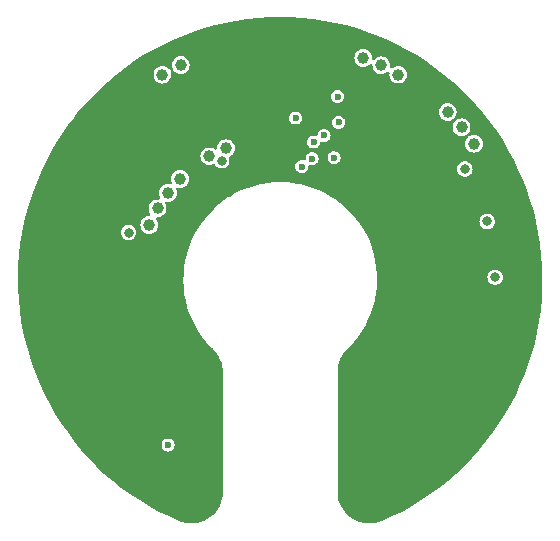
<source format=gbr>
%TF.GenerationSoftware,KiCad,Pcbnew,7.0.6*%
%TF.CreationDate,2024-04-30T01:46:29+02:00*%
%TF.ProjectId,amulet_encoder,616d756c-6574-45f6-956e-636f6465722e,1.0*%
%TF.SameCoordinates,PX7829b80PY6b49d20*%
%TF.FileFunction,Copper,L3,Inr*%
%TF.FilePolarity,Positive*%
%FSLAX46Y46*%
G04 Gerber Fmt 4.6, Leading zero omitted, Abs format (unit mm)*
G04 Created by KiCad (PCBNEW 7.0.6) date 2024-04-30 01:46:29*
%MOMM*%
%LPD*%
G01*
G04 APERTURE LIST*
%TA.AperFunction,ComponentPad*%
%ADD10C,0.700000*%
%TD*%
%TA.AperFunction,ComponentPad*%
%ADD11C,4.400000*%
%TD*%
%TA.AperFunction,ComponentPad*%
%ADD12C,1.000000*%
%TD*%
%TA.AperFunction,ViaPad*%
%ADD13C,0.600000*%
%TD*%
%TA.AperFunction,ViaPad*%
%ADD14C,0.800000*%
%TD*%
G04 APERTURE END LIST*
D10*
%TO.N,GND*%
%TO.C,H1*%
X20850000Y41000000D03*
X21333274Y42166726D03*
X21333274Y39833274D03*
X22500000Y42650000D03*
D11*
X22500000Y41000000D03*
D10*
X22500000Y39350000D03*
X23666726Y42166726D03*
X23666726Y39833274D03*
X24150000Y41000000D03*
%TD*%
D12*
%TO.N,/PWM*%
%TO.C,TP10*%
X29525000Y41225000D03*
%TD*%
%TO.N,+3V3*%
%TO.C,TP13*%
X12525002Y39820510D03*
%TD*%
%TO.N,/MOSI*%
%TO.C,TP3*%
X12979760Y29805137D03*
%TD*%
%TO.N,/CLK*%
%TO.C,TP1*%
X11413445Y27092201D03*
%TD*%
%TO.N,/CS*%
%TO.C,TP4*%
X14014719Y30985281D03*
%TD*%
%TO.N,GND*%
%TO.C,TP15*%
X15684597Y41293852D03*
%TD*%
%TO.N,+5V*%
%TO.C,TP14*%
X14072635Y40626155D03*
%TD*%
%TO.N,/MGL*%
%TO.C,TP12*%
X31050000Y40600000D03*
%TD*%
%TO.N,/MISO*%
%TO.C,TP2*%
X12107695Y28500000D03*
%TD*%
%TO.N,/SSD*%
%TO.C,TP5*%
X16500000Y32892305D03*
%TD*%
D10*
%TO.N,GND*%
%TO.C,H2*%
X36871469Y13249998D03*
X37354743Y14416724D03*
X37354743Y12083272D03*
X38521469Y14899998D03*
D11*
X38521469Y13249998D03*
D10*
X38521469Y11599998D03*
X39688195Y14416724D03*
X39688195Y12083272D03*
X40171469Y13249998D03*
%TD*%
D12*
%TO.N,/SSCK*%
%TO.C,TP6*%
X17907799Y33586555D03*
%TD*%
D10*
%TO.N,GND*%
%TO.C,H3*%
X4828529Y13250004D03*
X5311803Y14416730D03*
X5311803Y12083278D03*
X6478529Y14900004D03*
D11*
X6478529Y13250004D03*
D10*
X6478529Y11600004D03*
X7645255Y14416730D03*
X7645255Y12083278D03*
X8128529Y13250004D03*
%TD*%
D12*
%TO.N,/MGH*%
%TO.C,TP11*%
X32500000Y39825000D03*
%TD*%
%TO.N,/Z*%
%TO.C,TP9*%
X36667135Y36642135D03*
%TD*%
%TO.N,/B*%
%TO.C,TP8*%
X37845888Y35355752D03*
%TD*%
%TO.N,/A*%
%TO.C,TP7*%
X38908040Y33971529D03*
%TD*%
D13*
%TO.N,GND*%
X35300000Y26525000D03*
X33000000Y20825000D03*
X33100000Y23600000D03*
%TO.N,*%
X13000000Y8450000D03*
%TO.N,/MOSI*%
X24325000Y32025000D03*
%TO.N,/MISO*%
X25325000Y34125000D03*
%TO.N,GND*%
X17401220Y38192433D03*
X2527813Y16010643D03*
X11500000Y33200000D03*
X14480941Y18414086D03*
X16900000Y33850000D03*
X30519059Y18414086D03*
X6203142Y19918831D03*
X28863961Y28863961D03*
X9166207Y24611865D03*
X24000000Y35300000D03*
X38192433Y17401220D03*
X39489357Y10156510D03*
X33342693Y34080090D03*
X31500000Y22500000D03*
X37315325Y24846517D03*
X13610805Y23907910D03*
X29924621Y15075379D03*
X16328255Y14005322D03*
X13647185Y5125373D03*
X19684180Y40278390D03*
X13610805Y21092090D03*
X13160000Y28620000D03*
X38350000Y20350000D03*
X27790067Y29781153D03*
X25400000Y35000000D03*
X9134902Y15690143D03*
X13980000Y29930000D03*
X20500000Y36000000D03*
X32033800Y3788863D03*
X5125373Y31352815D03*
X12966200Y3788863D03*
X37349242Y7650758D03*
X1500000Y22500000D03*
X18100000Y35950000D03*
X1758545Y19214876D03*
X28671745Y14005322D03*
X19918831Y38796858D03*
X25315820Y40278390D03*
X33080135Y37062306D03*
X29781153Y27790067D03*
X12800000Y31300000D03*
X10156510Y5510643D03*
X26560000Y35520000D03*
X10832738Y10832738D03*
X9166207Y20388135D03*
X13940491Y19718847D03*
X19449528Y41759923D03*
X27700000Y36900000D03*
X3000000Y22500000D03*
X5510643Y10156510D03*
X6550000Y25050000D03*
X12129272Y24142562D03*
X33961812Y38275831D03*
X15446577Y12791796D03*
X30985281Y30985281D03*
X7500000Y22500000D03*
X31389195Y23907910D03*
X15009157Y37201608D03*
X9000000Y22500000D03*
X30519059Y26585914D03*
X30994678Y16328255D03*
X39874627Y31352815D03*
X7684675Y20153483D03*
X10500000Y22500000D03*
X38400000Y24350000D03*
X3240077Y25550472D03*
X29781153Y17209933D03*
X12500000Y27400000D03*
X42472187Y16010643D03*
X27400000Y33550000D03*
X34843490Y5510643D03*
X32150000Y35300000D03*
X11038188Y38275831D03*
X41045602Y28525831D03*
X16136039Y16136039D03*
X9865420Y30516266D03*
X1758545Y25785124D03*
X42000000Y22500000D03*
X41759923Y25550472D03*
X31059509Y19718847D03*
X31059509Y25281153D03*
X37400000Y28400000D03*
X10647740Y24377214D03*
X14564899Y11578271D03*
X25150000Y31850000D03*
X8234152Y17864745D03*
X6000000Y22500000D03*
X28863961Y16136039D03*
X31855569Y17733100D03*
X12000000Y22500000D03*
X32486093Y19255322D03*
X20750000Y35200000D03*
X4721610Y25315820D03*
X10647740Y20622786D03*
X10350000Y27150000D03*
X13500000Y22500000D03*
X16371128Y10471412D03*
X10364745Y13683221D03*
X4721610Y19684180D03*
X6807567Y17401220D03*
X31389195Y21092090D03*
X15218847Y17209933D03*
X11893398Y11893398D03*
X3240077Y19449528D03*
X6724169Y33961812D03*
X7650758Y7650758D03*
X12801543Y35848780D03*
X25550472Y41759923D03*
X4500000Y22500000D03*
D14*
%TO.N,+3V3*%
X9655065Y26451921D03*
D13*
%TO.N,/MGH*%
X27350000Y37950000D03*
D14*
X17542050Y32541541D03*
D13*
%TO.N,/PWM*%
X23800000Y36150000D03*
%TO.N,/Z*%
X27450000Y35780000D03*
%TO.N,/B*%
X26200000Y34675000D03*
%TO.N,/A*%
X27061312Y32783146D03*
%TO.N,/CS*%
X25200000Y32700000D03*
D14*
%TO.N,/LED_R_K*%
X40016708Y27391560D03*
%TO.N,/LED_G_K*%
X38122326Y31826062D03*
%TO.N,/LED_Y_K*%
X40683643Y22665816D03*
%TD*%
%TA.AperFunction,Conductor*%
%TO.N,GND*%
G36*
X23436890Y44679720D02*
G01*
X24372110Y44620420D01*
X25303994Y44521702D01*
X26230882Y44383745D01*
X27151122Y44206792D01*
X28063073Y43991160D01*
X28965113Y43737233D01*
X29855631Y43445464D01*
X30733043Y43116371D01*
X31595784Y42750542D01*
X32442318Y42348629D01*
X33271135Y41911347D01*
X34080759Y41439476D01*
X34869748Y40933857D01*
X35636695Y40395391D01*
X36380233Y39825037D01*
X37099038Y39223811D01*
X37791829Y38592785D01*
X38457372Y37933083D01*
X39094480Y37245881D01*
X39702018Y36532403D01*
X40278904Y35793921D01*
X40824110Y35031750D01*
X41336664Y34247249D01*
X41815652Y33441816D01*
X42260223Y32616885D01*
X42669582Y31773927D01*
X43043001Y30914444D01*
X43379815Y30039967D01*
X43679422Y29152054D01*
X43941290Y28252288D01*
X44164952Y27342273D01*
X44350009Y26423628D01*
X44496131Y25497993D01*
X44603059Y24567015D01*
X44670601Y23632353D01*
X44698637Y22695675D01*
X44687117Y21758647D01*
X44636062Y20822940D01*
X44545562Y19890222D01*
X44415780Y18962154D01*
X44246946Y18040391D01*
X44039360Y17126574D01*
X43793394Y16222331D01*
X43509485Y15329275D01*
X43188139Y14448997D01*
X42829929Y13583065D01*
X42435493Y12733021D01*
X42005534Y11900382D01*
X41540818Y11086630D01*
X41042173Y10293215D01*
X40510487Y9521552D01*
X39946709Y8773016D01*
X39351842Y8048939D01*
X38726946Y7350613D01*
X38726947Y7350613D01*
X38073137Y6679281D01*
X37391578Y6036141D01*
X36683483Y5422337D01*
X35950114Y4838964D01*
X35192779Y4287062D01*
X34412826Y3767613D01*
X33611646Y3281543D01*
X32790666Y2829719D01*
X31951349Y2412945D01*
X31097427Y2032961D01*
X31092876Y2031148D01*
X30804036Y1929080D01*
X30797139Y1927083D01*
X30499562Y1859322D01*
X30492480Y1858135D01*
X30189063Y1825205D01*
X30181891Y1824845D01*
X30030960Y1826005D01*
X29876701Y1827190D01*
X29869543Y1827660D01*
X29566668Y1865246D01*
X29559605Y1866541D01*
X29263095Y1938868D01*
X29256229Y1940971D01*
X28970074Y2047064D01*
X28963497Y2049945D01*
X28691510Y2188388D01*
X28685309Y2192010D01*
X28431122Y2360960D01*
X28425392Y2365267D01*
X28192436Y2562441D01*
X28187240Y2567383D01*
X27978615Y2790157D01*
X27974018Y2795674D01*
X27792537Y3041047D01*
X27788609Y3047057D01*
X27650604Y3287507D01*
X27636686Y3311758D01*
X27633479Y3318181D01*
X27513153Y3598666D01*
X27510713Y3605403D01*
X27423597Y3897911D01*
X27421951Y3904893D01*
X27369209Y4205512D01*
X27368381Y4212620D01*
X27352129Y4493071D01*
X27350604Y4519387D01*
X27350500Y4522974D01*
X27350500Y4593170D01*
X27350499Y4593176D01*
X27350499Y14636662D01*
X27350578Y14639784D01*
X27358883Y14804557D01*
X27364021Y14906504D01*
X27364646Y14912689D01*
X27404600Y15175163D01*
X27405845Y15181264D01*
X27471987Y15438396D01*
X27473842Y15444348D01*
X27473846Y15444358D01*
X27565496Y15693527D01*
X27567928Y15699235D01*
X27684182Y15937963D01*
X27687172Y15943389D01*
X27826831Y16169211D01*
X27830360Y16174322D01*
X27992009Y16384952D01*
X27996038Y16389689D01*
X28179355Y16584395D01*
X28181523Y16586583D01*
X28383966Y16780966D01*
X28383966Y16780965D01*
X28599740Y17018829D01*
X28763641Y17199508D01*
X28763643Y17199510D01*
X29113603Y17643183D01*
X29113607Y17643188D01*
X29432203Y18109901D01*
X29717923Y18597437D01*
X29969409Y19103482D01*
X30185469Y19625636D01*
X30365079Y20161423D01*
X30507385Y20708301D01*
X30538085Y20871725D01*
X30611714Y21263667D01*
X30677570Y21824911D01*
X30677571Y21824916D01*
X30704643Y22389357D01*
X30704643Y22389364D01*
X30698849Y22665816D01*
X40028365Y22665816D01*
X40047405Y22508998D01*
X40092777Y22389364D01*
X40103423Y22361293D01*
X40193160Y22231286D01*
X40311403Y22126533D01*
X40311405Y22126532D01*
X40451277Y22053120D01*
X40604657Y22015316D01*
X40604658Y22015316D01*
X40762628Y22015316D01*
X40916008Y22053120D01*
X40916007Y22053120D01*
X41055883Y22126533D01*
X41174126Y22231286D01*
X41263863Y22361293D01*
X41319880Y22508998D01*
X41338921Y22665816D01*
X41335296Y22695675D01*
X41319880Y22822635D01*
X41269937Y22954323D01*
X41263863Y22970339D01*
X41174126Y23100346D01*
X41055883Y23205099D01*
X41055881Y23205100D01*
X41055880Y23205101D01*
X40916008Y23278513D01*
X40762629Y23316316D01*
X40762628Y23316316D01*
X40604658Y23316316D01*
X40604657Y23316316D01*
X40451277Y23278513D01*
X40311405Y23205101D01*
X40193159Y23100345D01*
X40103424Y22970341D01*
X40103423Y22970340D01*
X40047405Y22822635D01*
X40028365Y22665817D01*
X40028365Y22665816D01*
X30698849Y22665816D01*
X30692802Y22954330D01*
X30642102Y23517135D01*
X30552788Y24075121D01*
X30425281Y24625638D01*
X30425281Y24625639D01*
X30425280Y24625643D01*
X30260185Y25166073D01*
X30058281Y25693868D01*
X29820537Y26206500D01*
X29820536Y26206501D01*
X29820534Y26206506D01*
X29548066Y26701569D01*
X29548065Y26701571D01*
X29548065Y26701572D01*
X29242169Y27176705D01*
X29081902Y27391560D01*
X39361430Y27391560D01*
X39380470Y27234742D01*
X39402481Y27176705D01*
X39436488Y27087037D01*
X39526225Y26957030D01*
X39644468Y26852277D01*
X39644470Y26852276D01*
X39784342Y26778864D01*
X39937722Y26741060D01*
X39937723Y26741060D01*
X40095693Y26741060D01*
X40249073Y26778864D01*
X40249073Y26778865D01*
X40388948Y26852277D01*
X40507191Y26957030D01*
X40596928Y27087037D01*
X40652945Y27234742D01*
X40671986Y27391560D01*
X40668546Y27419896D01*
X40652945Y27548379D01*
X40622119Y27629660D01*
X40596928Y27696083D01*
X40507191Y27826090D01*
X40388948Y27930843D01*
X40388946Y27930844D01*
X40388945Y27930845D01*
X40249073Y28004257D01*
X40095694Y28042060D01*
X40095693Y28042060D01*
X39937723Y28042060D01*
X39937722Y28042060D01*
X39784342Y28004257D01*
X39644470Y27930845D01*
X39620402Y27909523D01*
X39528964Y27828516D01*
X39526224Y27826089D01*
X39436489Y27696085D01*
X39436488Y27696084D01*
X39380470Y27548379D01*
X39361430Y27391561D01*
X39361430Y27391560D01*
X29081902Y27391560D01*
X28904299Y27629657D01*
X28789149Y27763686D01*
X28536048Y28058286D01*
X28139172Y28460550D01*
X28094489Y28499998D01*
X27800716Y28759355D01*
X27715550Y28834544D01*
X27537822Y28970885D01*
X27267194Y29178493D01*
X27267192Y29178494D01*
X26796225Y29490770D01*
X26304881Y29769889D01*
X25795491Y30014529D01*
X25270471Y30223529D01*
X24732311Y30395897D01*
X24183564Y30530817D01*
X23940065Y30573168D01*
X23626840Y30627647D01*
X23626834Y30627648D01*
X23626832Y30627648D01*
X23064755Y30685931D01*
X22500000Y30705389D01*
X21935245Y30685931D01*
X21373169Y30627648D01*
X21373166Y30627648D01*
X21373161Y30627647D01*
X21059935Y30573169D01*
X20816437Y30530817D01*
X20267690Y30395898D01*
X19729530Y30223529D01*
X19204510Y30014530D01*
X18695120Y29769890D01*
X18203772Y29490768D01*
X18116811Y29433108D01*
X17732808Y29178495D01*
X17732806Y29178494D01*
X17335431Y28873654D01*
X17284450Y28834544D01*
X17095871Y28668057D01*
X16905512Y28499998D01*
X16860829Y28460550D01*
X16463953Y28058286D01*
X16210852Y27763686D01*
X16095702Y27629657D01*
X15757831Y27176705D01*
X15757831Y27176706D01*
X15595231Y26924145D01*
X15451935Y26701569D01*
X15179466Y26206506D01*
X15179461Y26206495D01*
X14941719Y25693869D01*
X14739814Y25166069D01*
X14574721Y24625644D01*
X14447212Y24075121D01*
X14357898Y23517141D01*
X14307198Y22954331D01*
X14295357Y22389364D01*
X14295357Y22389358D01*
X14322429Y21824917D01*
X14388285Y21263677D01*
X14492614Y20708301D01*
X14634921Y20161423D01*
X14814530Y19625637D01*
X15030590Y19103483D01*
X15282077Y18597438D01*
X15567795Y18109903D01*
X15886397Y17643184D01*
X16236357Y17199511D01*
X16236359Y17199509D01*
X16400325Y17018757D01*
X16616033Y16780966D01*
X16616033Y16780967D01*
X16752205Y16650216D01*
X16760297Y16642447D01*
X16763933Y16636098D01*
X16818062Y16586889D01*
X16821499Y16583512D01*
X17003966Y16389709D01*
X17008013Y16384952D01*
X17064569Y16311259D01*
X17169650Y16174336D01*
X17173185Y16169216D01*
X17312838Y15943403D01*
X17315842Y15937950D01*
X17432080Y15699255D01*
X17434528Y15693510D01*
X17526172Y15444358D01*
X17528030Y15438396D01*
X17594167Y15181281D01*
X17595416Y15175162D01*
X17635368Y14912704D01*
X17635996Y14906491D01*
X17649421Y14640136D01*
X17649500Y14637014D01*
X17649501Y4568511D01*
X17649501Y4522705D01*
X17649397Y4519124D01*
X17631634Y4212633D01*
X17630806Y4205511D01*
X17578065Y3904891D01*
X17576417Y3897902D01*
X17489306Y3605414D01*
X17486862Y3598662D01*
X17366535Y3318175D01*
X17363327Y3311750D01*
X17211404Y3047049D01*
X17207476Y3041039D01*
X17025990Y2795660D01*
X17021393Y2790143D01*
X16812780Y2567380D01*
X16807576Y2562431D01*
X16574619Y2365255D01*
X16568879Y2360941D01*
X16314702Y2192000D01*
X16308502Y2188378D01*
X16036510Y2049931D01*
X16029932Y2047050D01*
X15743776Y1940957D01*
X15736910Y1938854D01*
X15440397Y1866525D01*
X15433333Y1865230D01*
X15130458Y1827644D01*
X15123299Y1827174D01*
X14973983Y1826027D01*
X14818106Y1824829D01*
X14810934Y1825189D01*
X14507517Y1858119D01*
X14500435Y1859306D01*
X14202855Y1927067D01*
X14195957Y1929064D01*
X13907300Y2031069D01*
X13902749Y2032882D01*
X13902571Y2032961D01*
X13048651Y2412945D01*
X12209334Y2829719D01*
X11388354Y3281543D01*
X10587174Y3767613D01*
X9807221Y4287062D01*
X9049886Y4838964D01*
X8316517Y5422337D01*
X7608422Y6036141D01*
X6926863Y6679281D01*
X6273053Y7350613D01*
X5648158Y8048939D01*
X5318665Y8450000D01*
X12444750Y8450000D01*
X12463670Y8306292D01*
X12463671Y8306288D01*
X12519137Y8172378D01*
X12519138Y8172376D01*
X12519139Y8172375D01*
X12607379Y8057379D01*
X12722375Y7969139D01*
X12856291Y7913670D01*
X12983280Y7896952D01*
X12999999Y7894750D01*
X13000000Y7894750D01*
X13000001Y7894750D01*
X13014977Y7896722D01*
X13143709Y7913670D01*
X13277625Y7969139D01*
X13392621Y8057379D01*
X13480861Y8172375D01*
X13536330Y8306291D01*
X13555250Y8450000D01*
X13536330Y8593709D01*
X13480861Y8727625D01*
X13392621Y8842621D01*
X13277625Y8930861D01*
X13277624Y8930862D01*
X13277622Y8930863D01*
X13143712Y8986329D01*
X13143710Y8986330D01*
X13143709Y8986330D01*
X13071854Y8995790D01*
X13000001Y9005250D01*
X12999999Y9005250D01*
X12856291Y8986330D01*
X12856287Y8986329D01*
X12722377Y8930863D01*
X12607379Y8842621D01*
X12519137Y8727623D01*
X12463671Y8593713D01*
X12463670Y8593709D01*
X12444750Y8450001D01*
X12444750Y8450000D01*
X5318665Y8450000D01*
X5053291Y8773016D01*
X4489513Y9521552D01*
X3957827Y10293215D01*
X3459182Y11086630D01*
X2994466Y11900382D01*
X2564507Y12733021D01*
X2170071Y13583065D01*
X1811861Y14448997D01*
X1490515Y15329275D01*
X1206606Y16222331D01*
X960640Y17126574D01*
X753054Y18040391D01*
X584220Y18962154D01*
X454438Y19890222D01*
X363938Y20822940D01*
X312883Y21758647D01*
X301363Y22695675D01*
X329399Y23632353D01*
X396941Y24567015D01*
X503869Y25497993D01*
X649991Y26423628D01*
X655691Y26451921D01*
X8999787Y26451921D01*
X9018827Y26295103D01*
X9074845Y26147399D01*
X9074845Y26147398D01*
X9164582Y26017391D01*
X9282825Y25912638D01*
X9282827Y25912637D01*
X9422699Y25839225D01*
X9576079Y25801421D01*
X9576080Y25801421D01*
X9734050Y25801421D01*
X9887430Y25839225D01*
X9887429Y25839225D01*
X10027305Y25912638D01*
X10145548Y26017391D01*
X10235285Y26147398D01*
X10291302Y26295103D01*
X10310343Y26451921D01*
X10291302Y26608739D01*
X10235285Y26756444D01*
X10145548Y26886451D01*
X10027305Y26991204D01*
X10027303Y26991205D01*
X10027302Y26991206D01*
X9887430Y27064618D01*
X9775525Y27092199D01*
X10658196Y27092199D01*
X10677130Y26924145D01*
X10732990Y26764507D01*
X10732992Y26764504D01*
X10822963Y26621317D01*
X10822968Y26621311D01*
X10942554Y26501725D01*
X10942560Y26501720D01*
X11085747Y26411749D01*
X11085750Y26411747D01*
X11085754Y26411746D01*
X11085755Y26411745D01*
X11158358Y26386341D01*
X11245388Y26355887D01*
X11413442Y26336952D01*
X11413445Y26336952D01*
X11413448Y26336952D01*
X11581501Y26355887D01*
X11581504Y26355888D01*
X11741135Y26411745D01*
X11741137Y26411747D01*
X11741139Y26411747D01*
X11741142Y26411749D01*
X11884329Y26501720D01*
X11884330Y26501721D01*
X11884335Y26501724D01*
X12003922Y26621311D01*
X12054349Y26701564D01*
X12093897Y26764504D01*
X12093899Y26764507D01*
X12093899Y26764509D01*
X12093901Y26764511D01*
X12149758Y26924142D01*
X12149758Y26924143D01*
X12149759Y26924145D01*
X12168694Y27092199D01*
X12168694Y27092204D01*
X12149759Y27260258D01*
X12134965Y27302535D01*
X12093901Y27419891D01*
X12009145Y27554779D01*
X11990145Y27622015D01*
X12010513Y27688851D01*
X12063780Y27734065D01*
X12101001Y27741964D01*
X12100775Y27743971D01*
X12275751Y27763686D01*
X12301389Y27772657D01*
X12435385Y27819544D01*
X12435387Y27819546D01*
X12435389Y27819546D01*
X12435392Y27819548D01*
X12578579Y27909519D01*
X12578580Y27909520D01*
X12578585Y27909523D01*
X12698172Y28029110D01*
X12788147Y28172303D01*
X12788149Y28172306D01*
X12788149Y28172308D01*
X12788151Y28172310D01*
X12844008Y28331941D01*
X12844008Y28331942D01*
X12844009Y28331944D01*
X12862944Y28499998D01*
X12862944Y28500003D01*
X12844009Y28668057D01*
X12812062Y28759355D01*
X12788151Y28827690D01*
X12788149Y28827693D01*
X12788149Y28827694D01*
X12760291Y28872029D01*
X12741290Y28939266D01*
X12761657Y29006101D01*
X12814925Y29051315D01*
X12879168Y29061222D01*
X12979757Y29049888D01*
X12979760Y29049888D01*
X12979763Y29049888D01*
X13147816Y29068823D01*
X13147819Y29068824D01*
X13307450Y29124681D01*
X13307452Y29124683D01*
X13307454Y29124683D01*
X13307457Y29124685D01*
X13450644Y29214656D01*
X13450645Y29214657D01*
X13450650Y29214660D01*
X13570237Y29334247D01*
X13570241Y29334253D01*
X13660212Y29477440D01*
X13660214Y29477443D01*
X13660214Y29477445D01*
X13660216Y29477447D01*
X13716073Y29637078D01*
X13716073Y29637079D01*
X13716074Y29637081D01*
X13735009Y29805135D01*
X13735009Y29805140D01*
X13716073Y29973195D01*
X13672936Y30096476D01*
X13669375Y30166254D01*
X13704104Y30226882D01*
X13766097Y30259109D01*
X13830935Y30254471D01*
X13846660Y30248968D01*
X13888674Y30244234D01*
X14014716Y30230032D01*
X14014719Y30230032D01*
X14014722Y30230032D01*
X14182775Y30248967D01*
X14211759Y30259109D01*
X14342409Y30304825D01*
X14342411Y30304827D01*
X14342413Y30304827D01*
X14342416Y30304829D01*
X14485603Y30394800D01*
X14485604Y30394801D01*
X14485609Y30394804D01*
X14605196Y30514391D01*
X14618741Y30535948D01*
X14695171Y30657584D01*
X14695173Y30657587D01*
X14695173Y30657589D01*
X14695175Y30657591D01*
X14751032Y30817222D01*
X14751032Y30817223D01*
X14751033Y30817225D01*
X14769968Y30985279D01*
X14769968Y30985284D01*
X14751033Y31153338D01*
X14695173Y31312976D01*
X14695171Y31312979D01*
X14605200Y31456166D01*
X14605195Y31456172D01*
X14485609Y31575758D01*
X14485603Y31575763D01*
X14342416Y31665734D01*
X14342413Y31665736D01*
X14182775Y31721596D01*
X14014722Y31740530D01*
X14014716Y31740530D01*
X13846662Y31721596D01*
X13687024Y31665736D01*
X13687021Y31665734D01*
X13543834Y31575763D01*
X13543828Y31575758D01*
X13424242Y31456172D01*
X13424237Y31456166D01*
X13334266Y31312979D01*
X13334264Y31312976D01*
X13278404Y31153338D01*
X13259470Y30985284D01*
X13259470Y30985279D01*
X13278405Y30817224D01*
X13321542Y30693943D01*
X13325103Y30624164D01*
X13290374Y30563537D01*
X13228380Y30531310D01*
X13163544Y30535948D01*
X13147817Y30541451D01*
X13147819Y30541451D01*
X12979763Y30560386D01*
X12979757Y30560386D01*
X12811703Y30541452D01*
X12652065Y30485592D01*
X12652062Y30485590D01*
X12508875Y30395619D01*
X12508869Y30395614D01*
X12389283Y30276028D01*
X12389278Y30276022D01*
X12299307Y30132835D01*
X12299305Y30132832D01*
X12243445Y29973194D01*
X12224511Y29805140D01*
X12224511Y29805135D01*
X12243445Y29637081D01*
X12299305Y29477445D01*
X12327164Y29433108D01*
X12346164Y29365872D01*
X12325796Y29299036D01*
X12272529Y29253822D01*
X12208287Y29243916D01*
X12107699Y29255249D01*
X12107692Y29255249D01*
X11939638Y29236315D01*
X11780000Y29180455D01*
X11779997Y29180453D01*
X11636810Y29090482D01*
X11636804Y29090477D01*
X11517218Y28970891D01*
X11517213Y28970885D01*
X11427242Y28827698D01*
X11427240Y28827695D01*
X11371380Y28668057D01*
X11352446Y28500003D01*
X11352446Y28499998D01*
X11371380Y28331944D01*
X11427240Y28172308D01*
X11511995Y28037422D01*
X11530995Y27970186D01*
X11510627Y27903350D01*
X11457360Y27858136D01*
X11420138Y27850238D01*
X11420365Y27848230D01*
X11245388Y27828516D01*
X11085750Y27772656D01*
X11085747Y27772654D01*
X10942560Y27682683D01*
X10942554Y27682678D01*
X10822968Y27563092D01*
X10822963Y27563086D01*
X10732992Y27419899D01*
X10732990Y27419896D01*
X10677130Y27260258D01*
X10658196Y27092204D01*
X10658196Y27092199D01*
X9775525Y27092199D01*
X9734051Y27102421D01*
X9734050Y27102421D01*
X9576080Y27102421D01*
X9576079Y27102421D01*
X9422699Y27064618D01*
X9282827Y26991206D01*
X9164581Y26886450D01*
X9074846Y26756446D01*
X9074845Y26756445D01*
X9018827Y26608740D01*
X8999787Y26451922D01*
X8999787Y26451921D01*
X655691Y26451921D01*
X835048Y27342273D01*
X1058710Y28252288D01*
X1320578Y29152054D01*
X1620185Y30039967D01*
X1956999Y30914444D01*
X2330418Y31773927D01*
X2739777Y32616885D01*
X2888205Y32892303D01*
X15744751Y32892303D01*
X15763685Y32724249D01*
X15819545Y32564611D01*
X15819547Y32564608D01*
X15909518Y32421421D01*
X15909523Y32421415D01*
X16029109Y32301829D01*
X16029115Y32301824D01*
X16172302Y32211853D01*
X16172305Y32211851D01*
X16172309Y32211850D01*
X16172310Y32211849D01*
X16172316Y32211847D01*
X16331943Y32155991D01*
X16499997Y32137056D01*
X16500000Y32137056D01*
X16500003Y32137056D01*
X16600835Y32148418D01*
X16668059Y32155992D01*
X16827690Y32211849D01*
X16832807Y32215065D01*
X16900037Y32234068D01*
X16966874Y32213705D01*
X17000831Y32180515D01*
X17012457Y32163672D01*
X17051565Y32107013D01*
X17051567Y32107011D01*
X17169810Y32002258D01*
X17169812Y32002257D01*
X17309684Y31928845D01*
X17463064Y31891041D01*
X17463065Y31891041D01*
X17621035Y31891041D01*
X17774415Y31928845D01*
X17822547Y31954107D01*
X17914290Y32002258D01*
X17939961Y32025000D01*
X23769750Y32025000D01*
X23788670Y31881292D01*
X23788671Y31881288D01*
X23844137Y31747378D01*
X23844138Y31747376D01*
X23844139Y31747375D01*
X23932379Y31632379D01*
X24047375Y31544139D01*
X24181291Y31488670D01*
X24308280Y31471952D01*
X24324999Y31469750D01*
X24325000Y31469750D01*
X24325001Y31469750D01*
X24339977Y31471722D01*
X24468709Y31488670D01*
X24602625Y31544139D01*
X24717621Y31632379D01*
X24805861Y31747375D01*
X24838454Y31826062D01*
X37467048Y31826062D01*
X37486088Y31669244D01*
X37521543Y31575758D01*
X37542106Y31521539D01*
X37631843Y31391532D01*
X37750086Y31286779D01*
X37750088Y31286778D01*
X37889960Y31213366D01*
X38043340Y31175562D01*
X38043341Y31175562D01*
X38201311Y31175562D01*
X38354691Y31213366D01*
X38494566Y31286779D01*
X38612809Y31391532D01*
X38702546Y31521539D01*
X38758563Y31669244D01*
X38777604Y31826062D01*
X38770899Y31881288D01*
X38758563Y31982881D01*
X38737318Y32038898D01*
X38702546Y32130585D01*
X38612809Y32260592D01*
X38494566Y32365345D01*
X38494564Y32365346D01*
X38494563Y32365347D01*
X38354691Y32438759D01*
X38201312Y32476562D01*
X38201311Y32476562D01*
X38043341Y32476562D01*
X38043340Y32476562D01*
X37889960Y32438759D01*
X37750088Y32365347D01*
X37631842Y32260591D01*
X37542107Y32130587D01*
X37542106Y32130586D01*
X37486088Y31982881D01*
X37467048Y31826063D01*
X37467048Y31826062D01*
X24838454Y31826062D01*
X24861330Y31881291D01*
X24880250Y32025000D01*
X24878821Y32035853D01*
X24889583Y32104887D01*
X24935961Y32157145D01*
X25003229Y32176033D01*
X25049209Y32166604D01*
X25056291Y32163670D01*
X25114618Y32155991D01*
X25199999Y32144750D01*
X25200000Y32144750D01*
X25200001Y32144750D01*
X25214977Y32146722D01*
X25343709Y32163670D01*
X25477625Y32219139D01*
X25592621Y32307379D01*
X25680861Y32422375D01*
X25736330Y32556291D01*
X25755250Y32700000D01*
X25744303Y32783146D01*
X26506062Y32783146D01*
X26517224Y32698360D01*
X26524982Y32639438D01*
X26524983Y32639434D01*
X26580449Y32505524D01*
X26580450Y32505522D01*
X26580451Y32505521D01*
X26668691Y32390525D01*
X26783687Y32302285D01*
X26783688Y32302285D01*
X26783689Y32302284D01*
X26784790Y32301828D01*
X26917603Y32246816D01*
X27044592Y32230098D01*
X27061311Y32227896D01*
X27061312Y32227896D01*
X27061313Y32227896D01*
X27076289Y32229868D01*
X27205021Y32246816D01*
X27338937Y32302285D01*
X27453933Y32390525D01*
X27542173Y32505521D01*
X27597642Y32639437D01*
X27616562Y32783146D01*
X27597642Y32926855D01*
X27560662Y33016133D01*
X27542174Y33060769D01*
X27542173Y33060770D01*
X27542173Y33060771D01*
X27453933Y33175767D01*
X27338937Y33264007D01*
X27338936Y33264008D01*
X27338934Y33264009D01*
X27205024Y33319475D01*
X27205022Y33319476D01*
X27205021Y33319476D01*
X27133166Y33328936D01*
X27061313Y33338396D01*
X27061311Y33338396D01*
X26917603Y33319476D01*
X26917599Y33319475D01*
X26783689Y33264009D01*
X26668691Y33175767D01*
X26580449Y33060769D01*
X26524983Y32926859D01*
X26524982Y32926855D01*
X26506062Y32783146D01*
X25744303Y32783146D01*
X25736330Y32843709D01*
X25680861Y32977625D01*
X25592621Y33092621D01*
X25477625Y33180861D01*
X25477624Y33180862D01*
X25477622Y33180863D01*
X25343712Y33236329D01*
X25343710Y33236330D01*
X25343709Y33236330D01*
X25271854Y33245790D01*
X25200001Y33255250D01*
X25199999Y33255250D01*
X25056291Y33236330D01*
X25056287Y33236329D01*
X24922377Y33180863D01*
X24807379Y33092621D01*
X24719137Y32977623D01*
X24663671Y32843713D01*
X24663670Y32843709D01*
X24644750Y32700001D01*
X24644750Y32700000D01*
X24646179Y32689145D01*
X24635414Y32620109D01*
X24589034Y32567853D01*
X24521765Y32548968D01*
X24475788Y32558398D01*
X24468712Y32561329D01*
X24468710Y32561330D01*
X24468709Y32561330D01*
X24396854Y32570790D01*
X24325001Y32580250D01*
X24324999Y32580250D01*
X24181291Y32561330D01*
X24181287Y32561329D01*
X24047377Y32505863D01*
X23932379Y32417621D01*
X23844137Y32302623D01*
X23788671Y32168713D01*
X23788670Y32168709D01*
X23769750Y32025001D01*
X23769750Y32025000D01*
X17939961Y32025000D01*
X18032533Y32107011D01*
X18122270Y32237018D01*
X18178287Y32384723D01*
X18197328Y32541541D01*
X18195538Y32556288D01*
X18178287Y32698360D01*
X18160558Y32745107D01*
X18155191Y32814770D01*
X18188338Y32876276D01*
X18229571Y32902339D01*
X18229216Y32903078D01*
X18235484Y32906098D01*
X18235489Y32906099D01*
X18235493Y32906102D01*
X18235496Y32906103D01*
X18378683Y32996074D01*
X18378684Y32996075D01*
X18378689Y32996078D01*
X18498276Y33115665D01*
X18498280Y33115671D01*
X18588251Y33258858D01*
X18588253Y33258861D01*
X18588253Y33258863D01*
X18588255Y33258865D01*
X18644112Y33418496D01*
X18644112Y33418497D01*
X18644113Y33418499D01*
X18663048Y33586553D01*
X18663048Y33586558D01*
X18644113Y33754612D01*
X18588253Y33914250D01*
X18588251Y33914253D01*
X18498280Y34057440D01*
X18498275Y34057446D01*
X18430721Y34125000D01*
X24769750Y34125000D01*
X24788670Y33981292D01*
X24788671Y33981288D01*
X24844137Y33847378D01*
X24844138Y33847376D01*
X24844139Y33847375D01*
X24932379Y33732379D01*
X25047375Y33644139D01*
X25047376Y33644139D01*
X25047377Y33644138D01*
X25092013Y33625650D01*
X25181291Y33588670D01*
X25308280Y33571952D01*
X25324999Y33569750D01*
X25325000Y33569750D01*
X25325001Y33569750D01*
X25339977Y33571722D01*
X25468709Y33588670D01*
X25602625Y33644139D01*
X25717621Y33732379D01*
X25805861Y33847375D01*
X25857286Y33971527D01*
X38152791Y33971527D01*
X38171725Y33803473D01*
X38227585Y33643835D01*
X38227587Y33643832D01*
X38317558Y33500645D01*
X38317563Y33500639D01*
X38437149Y33381053D01*
X38437155Y33381048D01*
X38580342Y33291077D01*
X38580345Y33291075D01*
X38580349Y33291074D01*
X38580350Y33291073D01*
X38652953Y33265669D01*
X38739983Y33235215D01*
X38908037Y33216280D01*
X38908040Y33216280D01*
X38908043Y33216280D01*
X39076096Y33235215D01*
X39079280Y33236329D01*
X39235730Y33291073D01*
X39235732Y33291075D01*
X39235734Y33291075D01*
X39235737Y33291077D01*
X39378924Y33381048D01*
X39378925Y33381049D01*
X39378930Y33381052D01*
X39498517Y33500639D01*
X39498521Y33500645D01*
X39588492Y33643832D01*
X39588494Y33643835D01*
X39588494Y33643837D01*
X39588496Y33643839D01*
X39644353Y33803470D01*
X39644353Y33803471D01*
X39644354Y33803473D01*
X39663289Y33971527D01*
X39663289Y33971532D01*
X39644354Y34139586D01*
X39599170Y34268713D01*
X39588496Y34299219D01*
X39588495Y34299220D01*
X39588494Y34299224D01*
X39588492Y34299227D01*
X39498521Y34442414D01*
X39498516Y34442420D01*
X39378930Y34562006D01*
X39378924Y34562011D01*
X39235737Y34651982D01*
X39235734Y34651984D01*
X39076096Y34707844D01*
X38908043Y34726778D01*
X38908037Y34726778D01*
X38739983Y34707844D01*
X38580347Y34651984D01*
X38498193Y34600363D01*
X38434575Y34582386D01*
X38414587Y34539772D01*
X38409388Y34534244D01*
X38317558Y34442414D01*
X38227587Y34299227D01*
X38227585Y34299224D01*
X38171725Y34139586D01*
X38152791Y33971532D01*
X38152791Y33971527D01*
X25857286Y33971527D01*
X25861330Y33981291D01*
X25869967Y34046896D01*
X25898232Y34110790D01*
X25956556Y34149262D01*
X26026421Y34150094D01*
X26040351Y34145273D01*
X26056291Y34138670D01*
X26183280Y34121952D01*
X26199999Y34119750D01*
X26200000Y34119750D01*
X26200001Y34119750D01*
X26214977Y34121722D01*
X26343709Y34138670D01*
X26477625Y34194139D01*
X26592621Y34282379D01*
X26680861Y34397375D01*
X26736330Y34531291D01*
X26755250Y34675000D01*
X26736330Y34818709D01*
X26680861Y34952625D01*
X26592621Y35067621D01*
X26477625Y35155861D01*
X26477624Y35155862D01*
X26477622Y35155863D01*
X26343712Y35211329D01*
X26343710Y35211330D01*
X26343709Y35211330D01*
X26241776Y35224750D01*
X26200001Y35230250D01*
X26199999Y35230250D01*
X26056291Y35211330D01*
X26056287Y35211329D01*
X25922377Y35155863D01*
X25807379Y35067621D01*
X25719137Y34952623D01*
X25663671Y34818713D01*
X25663670Y34818708D01*
X25655033Y34753106D01*
X25626766Y34689210D01*
X25568441Y34650739D01*
X25498577Y34649908D01*
X25484644Y34654730D01*
X25468712Y34661329D01*
X25468710Y34661330D01*
X25468709Y34661330D01*
X25364877Y34675000D01*
X25325001Y34680250D01*
X25324999Y34680250D01*
X25181291Y34661330D01*
X25181287Y34661329D01*
X25047377Y34605863D01*
X24932379Y34517621D01*
X24844137Y34402623D01*
X24788671Y34268713D01*
X24788670Y34268709D01*
X24769750Y34125001D01*
X24769750Y34125000D01*
X18430721Y34125000D01*
X18378689Y34177032D01*
X18378683Y34177037D01*
X18235496Y34267008D01*
X18235493Y34267010D01*
X18075855Y34322870D01*
X17907802Y34341804D01*
X17907796Y34341804D01*
X17739742Y34322870D01*
X17580104Y34267010D01*
X17580101Y34267008D01*
X17436914Y34177037D01*
X17436908Y34177032D01*
X17317322Y34057446D01*
X17317317Y34057440D01*
X17227346Y33914253D01*
X17227344Y33914250D01*
X17171484Y33754612D01*
X17151770Y33579635D01*
X17148726Y33579978D01*
X17132865Y33525960D01*
X17080061Y33480205D01*
X17010903Y33470261D01*
X16962578Y33488005D01*
X16827692Y33572760D01*
X16827691Y33572761D01*
X16827690Y33572761D01*
X16788260Y33586558D01*
X16668056Y33628620D01*
X16500003Y33647554D01*
X16499997Y33647554D01*
X16331943Y33628620D01*
X16172305Y33572760D01*
X16172302Y33572758D01*
X16029115Y33482787D01*
X16029109Y33482782D01*
X15909523Y33363196D01*
X15909518Y33363190D01*
X15819547Y33220003D01*
X15819545Y33220000D01*
X15763685Y33060362D01*
X15744751Y32892308D01*
X15744751Y32892303D01*
X2888205Y32892303D01*
X3184348Y33441816D01*
X3663336Y34247249D01*
X4175890Y35031750D01*
X4721096Y35793921D01*
X4999257Y36150000D01*
X23244750Y36150000D01*
X23259731Y36036207D01*
X23263670Y36006292D01*
X23263671Y36006288D01*
X23319137Y35872378D01*
X23319138Y35872376D01*
X23319139Y35872375D01*
X23407379Y35757379D01*
X23522375Y35669139D01*
X23656291Y35613670D01*
X23783280Y35596952D01*
X23799999Y35594750D01*
X23800000Y35594750D01*
X23800001Y35594750D01*
X23814977Y35596722D01*
X23943709Y35613670D01*
X24077625Y35669139D01*
X24192621Y35757379D01*
X24209979Y35780000D01*
X26894750Y35780000D01*
X26909345Y35669139D01*
X26913670Y35636292D01*
X26913671Y35636288D01*
X26969137Y35502378D01*
X26969138Y35502376D01*
X26969139Y35502375D01*
X27057379Y35387379D01*
X27172375Y35299139D01*
X27306291Y35243670D01*
X27433280Y35226952D01*
X27449999Y35224750D01*
X27450000Y35224750D01*
X27450001Y35224750D01*
X27464977Y35226722D01*
X27593709Y35243670D01*
X27727625Y35299139D01*
X27801402Y35355750D01*
X37090639Y35355750D01*
X37109573Y35187696D01*
X37165433Y35028058D01*
X37165435Y35028055D01*
X37255406Y34884868D01*
X37255411Y34884862D01*
X37374997Y34765276D01*
X37375003Y34765271D01*
X37518190Y34675300D01*
X37518193Y34675298D01*
X37518197Y34675297D01*
X37518198Y34675296D01*
X37558111Y34661330D01*
X37677831Y34619438D01*
X37845885Y34600503D01*
X37845888Y34600503D01*
X37845891Y34600503D01*
X38013944Y34619438D01*
X38013947Y34619439D01*
X38173578Y34675296D01*
X38255733Y34726919D01*
X38319352Y34744897D01*
X38339341Y34787512D01*
X38344508Y34793006D01*
X38436365Y34884862D01*
X38436369Y34884868D01*
X38526340Y35028055D01*
X38526342Y35028058D01*
X38526342Y35028060D01*
X38526344Y35028062D01*
X38582201Y35187693D01*
X38582201Y35187694D01*
X38582202Y35187696D01*
X38601137Y35355750D01*
X38601137Y35355755D01*
X38582202Y35523809D01*
X38526342Y35683447D01*
X38526340Y35683450D01*
X38436369Y35826637D01*
X38436364Y35826643D01*
X38316778Y35946229D01*
X38316772Y35946234D01*
X38173585Y36036205D01*
X38173582Y36036207D01*
X38013944Y36092067D01*
X37845891Y36111001D01*
X37845885Y36111001D01*
X37677831Y36092067D01*
X37518195Y36036207D01*
X37385560Y35952866D01*
X37318323Y35933866D01*
X37314116Y35935149D01*
X37315986Y35921131D01*
X37286315Y35857875D01*
X37281117Y35852348D01*
X37255406Y35826637D01*
X37165435Y35683450D01*
X37165433Y35683447D01*
X37109573Y35523809D01*
X37090639Y35355755D01*
X37090639Y35355750D01*
X27801402Y35355750D01*
X27842621Y35387379D01*
X27930861Y35502375D01*
X27986330Y35636291D01*
X28005250Y35780000D01*
X27986330Y35923709D01*
X27939733Y36036205D01*
X27930862Y36057623D01*
X27930861Y36057624D01*
X27930861Y36057625D01*
X27842621Y36172621D01*
X27727625Y36260861D01*
X27727624Y36260862D01*
X27727622Y36260863D01*
X27593712Y36316329D01*
X27593710Y36316330D01*
X27593709Y36316330D01*
X27521854Y36325790D01*
X27450001Y36335250D01*
X27449999Y36335250D01*
X27306291Y36316330D01*
X27306287Y36316329D01*
X27172377Y36260863D01*
X27057379Y36172621D01*
X26969137Y36057623D01*
X26913671Y35923713D01*
X26913670Y35923709D01*
X26894750Y35780000D01*
X24209979Y35780000D01*
X24280861Y35872375D01*
X24336330Y36006291D01*
X24355250Y36150000D01*
X24336330Y36293709D01*
X24280861Y36427625D01*
X24192621Y36542621D01*
X24077625Y36630861D01*
X24077624Y36630862D01*
X24077622Y36630863D01*
X24050413Y36642133D01*
X35911886Y36642133D01*
X35930820Y36474079D01*
X35986680Y36314441D01*
X35986682Y36314438D01*
X36076653Y36171251D01*
X36076658Y36171245D01*
X36196244Y36051659D01*
X36196250Y36051654D01*
X36339437Y35961683D01*
X36339440Y35961681D01*
X36339444Y35961680D01*
X36339445Y35961679D01*
X36383585Y35946234D01*
X36499078Y35905821D01*
X36667132Y35886886D01*
X36667135Y35886886D01*
X36667138Y35886886D01*
X36835191Y35905821D01*
X36835194Y35905822D01*
X36994825Y35961679D01*
X37127463Y36045022D01*
X37194698Y36064022D01*
X37198905Y36062740D01*
X37197036Y36076758D01*
X37226708Y36140014D01*
X37231876Y36145510D01*
X37257612Y36171245D01*
X37334562Y36293709D01*
X37347587Y36314438D01*
X37347589Y36314441D01*
X37347589Y36314443D01*
X37347591Y36314445D01*
X37403448Y36474076D01*
X37403448Y36474077D01*
X37403449Y36474079D01*
X37422384Y36642133D01*
X37422384Y36642138D01*
X37403449Y36810192D01*
X37347589Y36969830D01*
X37347587Y36969833D01*
X37257616Y37113020D01*
X37257611Y37113026D01*
X37138025Y37232612D01*
X37138019Y37232617D01*
X36994832Y37322588D01*
X36994829Y37322590D01*
X36835191Y37378450D01*
X36667138Y37397384D01*
X36667132Y37397384D01*
X36499078Y37378450D01*
X36339440Y37322590D01*
X36339437Y37322588D01*
X36196250Y37232617D01*
X36196244Y37232612D01*
X36076658Y37113026D01*
X36076653Y37113020D01*
X35986682Y36969833D01*
X35986680Y36969830D01*
X35930820Y36810192D01*
X35911886Y36642138D01*
X35911886Y36642133D01*
X24050413Y36642133D01*
X23943712Y36686329D01*
X23943710Y36686330D01*
X23943709Y36686330D01*
X23871854Y36695790D01*
X23800001Y36705250D01*
X23799999Y36705250D01*
X23656291Y36686330D01*
X23656287Y36686329D01*
X23522377Y36630863D01*
X23407379Y36542621D01*
X23319137Y36427623D01*
X23263671Y36293713D01*
X23263670Y36293709D01*
X23244750Y36150000D01*
X4999257Y36150000D01*
X5297982Y36532403D01*
X5905520Y37245881D01*
X6542628Y37933083D01*
X6559695Y37950000D01*
X26794750Y37950000D01*
X26813670Y37806292D01*
X26813671Y37806288D01*
X26869137Y37672378D01*
X26869138Y37672376D01*
X26869139Y37672375D01*
X26957379Y37557379D01*
X27072375Y37469139D01*
X27206291Y37413670D01*
X27329993Y37397384D01*
X27349999Y37394750D01*
X27350000Y37394750D01*
X27350001Y37394750D01*
X27370007Y37397384D01*
X27493709Y37413670D01*
X27627625Y37469139D01*
X27742621Y37557379D01*
X27830861Y37672375D01*
X27886330Y37806291D01*
X27905250Y37950000D01*
X27886330Y38093709D01*
X27830861Y38227625D01*
X27742621Y38342621D01*
X27627625Y38430861D01*
X27627624Y38430862D01*
X27627622Y38430863D01*
X27493712Y38486329D01*
X27493710Y38486330D01*
X27493709Y38486330D01*
X27421854Y38495790D01*
X27350001Y38505250D01*
X27349999Y38505250D01*
X27206291Y38486330D01*
X27206287Y38486329D01*
X27072377Y38430863D01*
X26957379Y38342621D01*
X26869137Y38227623D01*
X26813671Y38093713D01*
X26813670Y38093709D01*
X26794750Y37950001D01*
X26794750Y37950000D01*
X6559695Y37950000D01*
X7208171Y38592785D01*
X7900962Y39223811D01*
X8614352Y39820508D01*
X11769753Y39820508D01*
X11788687Y39652454D01*
X11844547Y39492816D01*
X11844549Y39492813D01*
X11934520Y39349626D01*
X11934525Y39349620D01*
X12054111Y39230034D01*
X12054117Y39230029D01*
X12197304Y39140058D01*
X12197307Y39140056D01*
X12197311Y39140055D01*
X12197312Y39140054D01*
X12269915Y39114650D01*
X12356945Y39084196D01*
X12524999Y39065261D01*
X12525002Y39065261D01*
X12525005Y39065261D01*
X12693058Y39084196D01*
X12705890Y39088686D01*
X12852692Y39140054D01*
X12852694Y39140056D01*
X12852696Y39140056D01*
X12852699Y39140058D01*
X12995886Y39230029D01*
X12995887Y39230030D01*
X12995892Y39230033D01*
X13115479Y39349620D01*
X13115483Y39349626D01*
X13205454Y39492813D01*
X13205456Y39492816D01*
X13205456Y39492818D01*
X13205458Y39492820D01*
X13261315Y39652451D01*
X13261315Y39652452D01*
X13261316Y39652454D01*
X13280251Y39820508D01*
X13280251Y39820513D01*
X13261315Y39988570D01*
X13261315Y39988572D01*
X13215617Y40119168D01*
X13212694Y40176415D01*
X13164216Y40214273D01*
X13159984Y40220571D01*
X13128767Y40270252D01*
X13115479Y40291400D01*
X12995892Y40410987D01*
X12995886Y40410992D01*
X12852699Y40500963D01*
X12852696Y40500965D01*
X12693058Y40556825D01*
X12525005Y40575759D01*
X12524999Y40575759D01*
X12356945Y40556825D01*
X12197307Y40500965D01*
X12197304Y40500963D01*
X12054117Y40410992D01*
X12054111Y40410987D01*
X11934525Y40291401D01*
X11934520Y40291395D01*
X11844549Y40148208D01*
X11844547Y40148205D01*
X11788687Y39988567D01*
X11769753Y39820513D01*
X11769753Y39820508D01*
X8614352Y39820508D01*
X8619767Y39825037D01*
X9363305Y40395391D01*
X9691984Y40626153D01*
X13317386Y40626153D01*
X13336321Y40458098D01*
X13382020Y40327497D01*
X13384941Y40270252D01*
X13433420Y40232393D01*
X13437651Y40226096D01*
X13482156Y40155267D01*
X13601744Y40035679D01*
X13601750Y40035674D01*
X13744937Y39945703D01*
X13744940Y39945701D01*
X13744944Y39945700D01*
X13744945Y39945699D01*
X13780954Y39933099D01*
X13904578Y39889841D01*
X14072632Y39870906D01*
X14072635Y39870906D01*
X14072638Y39870906D01*
X14240691Y39889841D01*
X14240694Y39889842D01*
X14400325Y39945699D01*
X14400327Y39945701D01*
X14400329Y39945701D01*
X14400332Y39945703D01*
X14543519Y40035674D01*
X14543520Y40035675D01*
X14543525Y40035678D01*
X14663112Y40155265D01*
X14663116Y40155271D01*
X14753087Y40298458D01*
X14753089Y40298461D01*
X14753089Y40298463D01*
X14753091Y40298465D01*
X14808948Y40458096D01*
X14808948Y40458097D01*
X14808949Y40458099D01*
X14827884Y40626153D01*
X14827884Y40626158D01*
X14808949Y40794212D01*
X14753089Y40953850D01*
X14753087Y40953853D01*
X14663116Y41097040D01*
X14663111Y41097046D01*
X14543525Y41216632D01*
X14543519Y41216637D01*
X14530213Y41224998D01*
X28769751Y41224998D01*
X28788685Y41056944D01*
X28844545Y40897306D01*
X28844547Y40897303D01*
X28934518Y40754116D01*
X28934523Y40754110D01*
X29054109Y40634524D01*
X29054115Y40634519D01*
X29197302Y40544548D01*
X29197305Y40544546D01*
X29197309Y40544545D01*
X29197310Y40544544D01*
X29269913Y40519140D01*
X29356943Y40488686D01*
X29524997Y40469751D01*
X29525000Y40469751D01*
X29525003Y40469751D01*
X29693056Y40488686D01*
X29702250Y40491903D01*
X29852690Y40544544D01*
X29852692Y40544546D01*
X29852694Y40544546D01*
X29852697Y40544548D01*
X29995884Y40634519D01*
X29995884Y40634520D01*
X29995890Y40634523D01*
X30086508Y40725142D01*
X30147827Y40758624D01*
X30217519Y40753640D01*
X30273453Y40711769D01*
X30297870Y40646305D01*
X30297407Y40623578D01*
X30294751Y40600000D01*
X30294751Y40599998D01*
X30313685Y40431944D01*
X30369545Y40272306D01*
X30369547Y40272303D01*
X30459518Y40129116D01*
X30459523Y40129110D01*
X30579109Y40009524D01*
X30579115Y40009519D01*
X30722302Y39919548D01*
X30722305Y39919546D01*
X30722309Y39919545D01*
X30722310Y39919544D01*
X30794913Y39894140D01*
X30881943Y39863686D01*
X31049997Y39844751D01*
X31050000Y39844751D01*
X31050003Y39844751D01*
X31218056Y39863686D01*
X31218059Y39863687D01*
X31377690Y39919544D01*
X31377692Y39919546D01*
X31377694Y39919546D01*
X31377697Y39919548D01*
X31520884Y40009519D01*
X31520884Y40009520D01*
X31520890Y40009523D01*
X31546031Y40034665D01*
X31607350Y40068148D01*
X31677042Y40063164D01*
X31732976Y40021294D01*
X31757394Y39955830D01*
X31756930Y39933099D01*
X31744751Y39825004D01*
X31744751Y39824998D01*
X31763685Y39656944D01*
X31819545Y39497306D01*
X31819547Y39497303D01*
X31909518Y39354116D01*
X31909523Y39354110D01*
X32029109Y39234524D01*
X32029115Y39234519D01*
X32172302Y39144548D01*
X32172305Y39144546D01*
X32172309Y39144545D01*
X32172310Y39144544D01*
X32185142Y39140054D01*
X32331943Y39088686D01*
X32499997Y39069751D01*
X32500000Y39069751D01*
X32500003Y39069751D01*
X32668056Y39088686D01*
X32668059Y39088687D01*
X32827690Y39144544D01*
X32827692Y39144546D01*
X32827694Y39144546D01*
X32827697Y39144548D01*
X32970884Y39234519D01*
X32970885Y39234520D01*
X32970890Y39234523D01*
X33090477Y39354110D01*
X33090481Y39354116D01*
X33180452Y39497303D01*
X33180454Y39497306D01*
X33180454Y39497308D01*
X33180456Y39497310D01*
X33236313Y39656941D01*
X33236313Y39656942D01*
X33236314Y39656944D01*
X33255249Y39824998D01*
X33255249Y39825003D01*
X33236314Y39993057D01*
X33180454Y40152695D01*
X33180452Y40152698D01*
X33090481Y40295885D01*
X33090476Y40295891D01*
X32970890Y40415477D01*
X32970884Y40415482D01*
X32827697Y40505453D01*
X32827694Y40505455D01*
X32668056Y40561315D01*
X32500003Y40580249D01*
X32499997Y40580249D01*
X32331943Y40561315D01*
X32172305Y40505455D01*
X32172302Y40505453D01*
X32029115Y40415482D01*
X32003969Y40390336D01*
X31942645Y40356852D01*
X31872954Y40361838D01*
X31817021Y40403710D01*
X31792605Y40469175D01*
X31793069Y40491903D01*
X31805249Y40599998D01*
X31805249Y40600003D01*
X31786314Y40768057D01*
X31730454Y40927695D01*
X31730452Y40927698D01*
X31640481Y41070885D01*
X31640476Y41070891D01*
X31520890Y41190477D01*
X31520884Y41190482D01*
X31377697Y41280453D01*
X31377694Y41280455D01*
X31218056Y41336315D01*
X31050003Y41355249D01*
X31049997Y41355249D01*
X30881943Y41336315D01*
X30722305Y41280455D01*
X30722302Y41280453D01*
X30579115Y41190482D01*
X30488494Y41099861D01*
X30427170Y41066377D01*
X30357479Y41071361D01*
X30301545Y41113233D01*
X30277129Y41178698D01*
X30277593Y41201428D01*
X30280249Y41224999D01*
X30280249Y41225003D01*
X30261314Y41393057D01*
X30205454Y41552695D01*
X30205452Y41552698D01*
X30115481Y41695885D01*
X30115476Y41695891D01*
X29995890Y41815477D01*
X29995884Y41815482D01*
X29852697Y41905453D01*
X29852694Y41905455D01*
X29693056Y41961315D01*
X29525003Y41980249D01*
X29524997Y41980249D01*
X29356943Y41961315D01*
X29197305Y41905455D01*
X29197302Y41905453D01*
X29054115Y41815482D01*
X29054109Y41815477D01*
X28934523Y41695891D01*
X28934518Y41695885D01*
X28844547Y41552698D01*
X28844545Y41552695D01*
X28788685Y41393057D01*
X28769751Y41225003D01*
X28769751Y41224998D01*
X14530213Y41224998D01*
X14400332Y41306608D01*
X14400329Y41306610D01*
X14240691Y41362470D01*
X14072638Y41381404D01*
X14072632Y41381404D01*
X13904578Y41362470D01*
X13744940Y41306610D01*
X13744937Y41306608D01*
X13601750Y41216637D01*
X13601744Y41216632D01*
X13482158Y41097046D01*
X13482153Y41097040D01*
X13392182Y40953853D01*
X13392180Y40953850D01*
X13336320Y40794212D01*
X13317386Y40626158D01*
X13317386Y40626153D01*
X9691984Y40626153D01*
X10130252Y40933857D01*
X10919241Y41439476D01*
X11728865Y41911347D01*
X12557682Y42348629D01*
X13404216Y42750542D01*
X14266957Y43116371D01*
X15144369Y43445464D01*
X16034887Y43737233D01*
X16936927Y43991160D01*
X17848878Y44206792D01*
X18769118Y44383745D01*
X19696006Y44521702D01*
X20627890Y44620420D01*
X21563110Y44679720D01*
X22500000Y44699499D01*
X23436890Y44679720D01*
G37*
%TD.AperFunction*%
%TD*%
M02*

</source>
